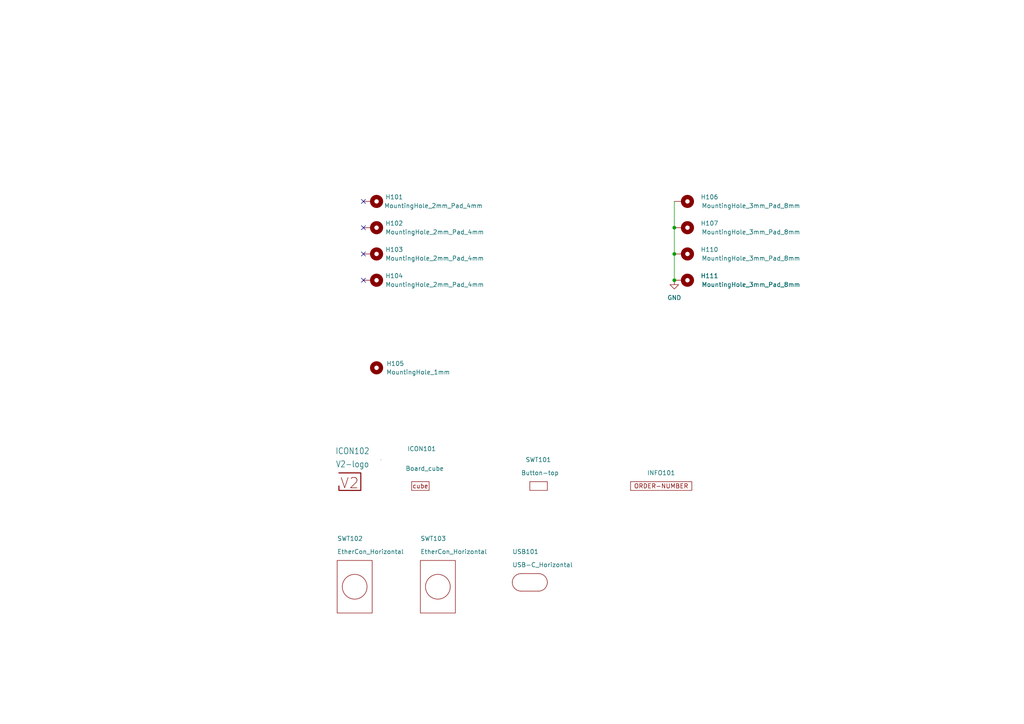
<source format=kicad_sch>
(kicad_sch (version 20231120) (generator "eeschema") (generator_version "8.0")
  (paper "A4")
  (title_block (title "V2 cube") (date "2023-07-17") (rev "1") (company "Versio Duo") (comment 1 "Cover"))
  (lib_symbols
    (symbol "V2_Artwork:Board_cube" (in_bom no)
      (property "Reference" "ICON" (at 0 2.54 0))
      (symbol "Board_cube_0_0"
        (rectangle (start -11.43 7.62) (end -11.43 7.62))
        (rectangle (start 2.54 -1.27) (end -2.54 1.27))
      )
      (symbol "Board_cube_1_0"
        (text "cube" (at 0 0 0) (effects (font (size 1.27 1.27))))
      )
    )
    (symbol "V2_Artwork:V2-logo" (in_bom no)
      (property "Reference" "ICON" (at -3.302 3.81 0))
      (symbol "V2-logo_1_0"
        (polyline (pts (xy -3.302 2.54) (xy 3.048 2.54) (xy 3.048 -2.54) (xy -3.302 -2.54) (xy -3.302 -1.27)) (stroke (width 0.3)))
        (text "V2" (at -0.2055 -0.4053 0) (effects (font (size 3 3))))
      )
    )
    (symbol "V2_Mechanical:MountingHole_1mm" (pin_names (offset 1.016)) (in_bom no)
      (property "Reference" "H" (at 0 5.08 0))
      (property "Value" "MountingHole_1mm" (at 0 3.175 0))
      (symbol "MountingHole_1mm_0_1"
        (circle (center 0 0) (radius 1.27) (stroke (width 1.27)))
      )
    )
    (symbol "V2_Mechanical:MountingHole_2mm_Pad_4mm" (pin_numbers hide) (pin_names (offset 1.016) hide) (in_bom no)
      (property "Reference" "H" (at 0 6.35 0))
      (property "Value" "MountingHole_2mm_Pad_4mm" (at 0 4.445 0))
      (symbol "MountingHole_2mm_Pad_4mm_0_1"
        (circle (center 0 1.27) (radius 1.27) (stroke (width 1.27)))
      )
      (symbol "MountingHole_2mm_Pad_4mm_1_1"
        (pin input line (at 0 -2.54 90) (length 2.54) (name "1") (number "1"))
      )
    )
    (symbol "V2_Mechanical:MountingHole_3mm_Pad_8mm" (pin_numbers hide) (pin_names (offset 1.016) hide) (in_bom no)
      (property "Reference" "H" (at 0 6.35 0))
      (property "Value" "MountingHole_3mm_Pad_8mm" (at 0 4.445 0))
      (symbol "MountingHole_3mm_Pad_8mm_0_1"
        (circle (center 0 1.27) (radius 1.27) (stroke (width 1.27)))
      )
      (symbol "MountingHole_3mm_Pad_8mm_1_1"
        (pin input line (at 0 -2.54 90) (length 2.54) (name "1") (number "1"))
      )
    )
    (symbol "V2_PCB_Devices:Button-top" (in_bom no)
      (property "Reference" "SWT1" (at 3.81 1.2701 0))
      (property "Value" "Button-top" (at 3.81 -1.2699 0))
      (symbol "Button-top_0_1"
        (rectangle (start -2.54 1.27) (end 2.54 -1.27))
      )
    )
    (symbol "V2_PCB_Devices:EtherCon_Horizontal" (in_bom no)
      (property "Reference" "CON" (at 0 -10.414 0))
      (property "Value" "EtherCon_Horizontal" (at -9.398 -13.4619 0))
      (symbol "EtherCon_Horizontal_0_1"
        (rectangle (start -5.08 7.62) (end 5.08 -7.62))
        (circle (center 0 0) (radius 3.5921))
      )
    )
    (symbol "V2_PCB_Devices:USB-C_Horizontal" (in_bom no)
      (property "Reference" "USB" (at 0 -5.08 0))
      (property "Value" "USB-C_Horizontal" (at 0 -7.62 0))
      (symbol "USB-C_Horizontal_0_1"
        (arc (start -5.08 0) (mid -4.3361 -1.7961) (end -2.54 -2.54))
        (arc (start -2.54 2.54) (mid -4.3361 1.7961) (end -5.08 0))
        (polyline (pts (xy -2.54 -2.54) (xy 2.54 -2.54)))
        (polyline (pts (xy -2.54 2.54) (xy 2.54 2.54)))
        (arc (start 2.54 -2.54) (mid 4.3361 -1.7961) (end 5.08 0))
        (arc (start 5.08 0) (mid 4.3361 1.7961) (end 2.54 2.54))
      )
    )
    (symbol "V2_Production:Order_Number" (in_bom no)
      (property "Reference" "INFO" (at 0 2.54 0))
      (symbol "Order_Number_0_0"
        (text "ORDER-NUMBER" (at 0 0 0) (effects (font (size 1.27 1.27))))
      )
      (symbol "Order_Number_0_1"
        (rectangle (start -8.89 1.27) (end 8.89 -1.27))
      )
    )
    (symbol "power:GND" (power) (pin_names (offset 0))
      (property "Value" "GND" (at 0 -3.81 0))
      (symbol "GND_0_1"
        (polyline (pts (xy 0 0) (xy 0 -1.27) (xy 1.27 -1.27) (xy 0 -2.54) (xy -1.27 -1.27) (xy 0 -1.27)))
      )
      (symbol "GND_1_1"
        (pin power_in line (at 0 0 270) (length 0) hide (name "GND") (number "1"))
      )
    )
  )
  (junction (at 195.58 66.04))
  (junction (at 195.58 73.66))
  (junction (at 195.58 81.28))
  (no_connect (at 105.41 66.04))
  (no_connect (at 105.41 73.66))
  (no_connect (at 105.41 58.42))
  (no_connect (at 105.41 81.28))
  (wire (pts (xy 195.58 58.42) (xy 195.58 66.04)))
  (wire (pts (xy 195.58 73.66) (xy 195.58 81.28)))
  (wire (pts (xy 195.58 66.04) (xy 195.58 73.66)))
  (symbol (lib_id "V2_PCB_Devices:EtherCon_Horizontal") (at 102.87 170.18 0) (unit 1) (exclude_from_sim yes) (in_bom no)
    (property "Reference" "SWT102" (at 97.79 156.21 0) (effects (justify left)))
    (property "Value" "EtherCon_Horizontal" (at 97.79 160.02 0) (effects (justify left)))
    (property "Footprint" "V2_PCB_Devices:PCB_EtherCon_Horizontal" (effects (hide yes)))
  )
  (symbol (lib_id "V2_Mechanical:MountingHole_2mm_Pad_4mm") (at 107.95 66.04 270) (unit 1) (exclude_from_sim yes) (in_bom no)
    (property "Reference" "H102" (at 111.76 64.7699 90) (effects (justify left)))
    (property "Value" "MountingHole_2mm_Pad_4mm" (at 111.76 67.3099 90) (effects (justify left)))
    (property "Footprint" "V2_Mechanical:MountingHole_2mm_Pad_4mm" (effects (hide yes)))
  )
  (symbol (lib_id "V2_PCB_Devices:USB-C_Horizontal") (at 153.67 168.91 0) (unit 1) (exclude_from_sim yes) (in_bom no)
    (property "Reference" "USB101" (at 148.59 160.02 0) (effects (justify left)))
    (property "Value" "USB-C_Horizontal" (at 148.59 163.83 0) (effects (justify left)))
    (property "Footprint" "V2_PCB_Devices:PCB_USB-C_Horizontal" (effects (hide yes)))
  )
  (symbol (lib_id "V2_Production:Order_Number") (at 191.77 140.97 0) (unit 1) (exclude_from_sim yes) (in_bom no)
    (property "Reference" "INFO101" (at 191.77 137.16 0))
    (property "Value" "ORDER-NUMBER" (effects (hide yes)))
    (property "Footprint" "V2_Production:Order_Number" (effects (hide yes)))
  )
  (symbol (lib_id "V2_PCB_Devices:Button-top") (at 156.21 140.97 0) (unit 1) (exclude_from_sim yes) (in_bom no)
    (property "Reference" "SWT101" (at 152.4 133.3499 0) (effects (justify left)))
    (property "Value" "Button-top" (at 151.13 137.1599 0) (effects (justify left)))
    (property "Footprint" "V2_PCB_Devices:PCB_Button-top" (effects (hide yes)))
  )
  (symbol (lib_id "V2_Mechanical:MountingHole_2mm_Pad_4mm") (at 107.95 81.28 270) (unit 1) (exclude_from_sim yes) (in_bom no)
    (property "Reference" "H104" (at 111.76 80.0099 90) (effects (justify left)))
    (property "Value" "MountingHole_2mm_Pad_4mm" (at 111.76 82.5499 90) (effects (justify left)))
    (property "Footprint" "V2_Mechanical:MountingHole_2mm_Pad_4mm" (effects (hide yes)))
  )
  (symbol (lib_id "V2_Mechanical:MountingHole_3mm_Pad_8mm") (at 198.12 58.42 270) (unit 1) (exclude_from_sim yes) (in_bom no)
    (property "Reference" "H106" (at 203.2 57.15 90) (effects (justify left)))
    (property "Value" "MountingHole_3mm_Pad_8mm" (at 217.805 59.69 90))
    (property "Footprint" "V2_Mechanical:MountingHole_3mm_Pad_8mm" (effects (hide yes)))
  )
  (symbol (lib_id "V2_Mechanical:MountingHole_2mm_Pad_4mm") (at 107.95 58.42 270) (unit 1) (exclude_from_sim yes) (in_bom no)
    (property "Reference" "H101" (at 111.76 57.1499 90) (effects (justify left)))
    (property "Value" "MountingHole_2mm_Pad_4mm" (at 125.73 59.6899 90))
    (property "Footprint" "V2_Mechanical:MountingHole_2mm_Pad_4mm" (effects (hide yes)))
  )
  (symbol (lib_id "V2_Mechanical:MountingHole_3mm_Pad_8mm") (at 198.12 73.66 270) (unit 1) (exclude_from_sim yes) (in_bom no)
    (property "Reference" "H110" (at 203.2 72.39 90) (effects (justify left)))
    (property "Value" "MountingHole_3mm_Pad_8mm" (at 217.805 74.93 90))
    (property "Footprint" "V2_Mechanical:MountingHole_3mm_Pad_8mm" (effects (hide yes)))
  )
  (symbol (lib_id "power:GND") (at 195.58 81.28 0) (unit 1)
    (property "Reference" "#PWR0101" (effects (hide yes)))
    (property "Value" "GND" (at 195.58 86.36 0))
  )
  (symbol (lib_id "V2_Mechanical:MountingHole_3mm_Pad_8mm") (at 198.12 66.04 270) (unit 1) (exclude_from_sim yes) (in_bom no)
    (property "Reference" "H107" (at 203.2 64.77 90) (effects (justify left)))
    (property "Value" "MountingHole_3mm_Pad_8mm" (at 217.805 67.31 90))
    (property "Footprint" "V2_Mechanical:MountingHole_3mm_Pad_8mm" (effects (hide yes)))
  )
  (symbol (lib_id "V2_Mechanical:MountingHole_3mm_Pad_8mm") (at 198.12 81.28 270) (unit 1) (exclude_from_sim yes) (in_bom no)
    (property "Reference" "H111" (at 203.2 80.01 90) (effects (justify left)))
    (property "Value" "MountingHole_3mm_Pad_8mm" (at 217.805 82.55 90))
    (property "Footprint" "V2_Mechanical:MountingHole_3mm_Pad_8mm" (effects (hide yes)))
  )
  (symbol (lib_id "V2_PCB_Devices:EtherCon_Horizontal") (at 127 170.18 0) (unit 1) (exclude_from_sim yes) (in_bom no)
    (property "Reference" "SWT103" (at 121.92 156.21 0) (effects (justify left)))
    (property "Value" "EtherCon_Horizontal" (at 121.92 160.02 0) (effects (justify left)))
    (property "Footprint" "V2_PCB_Devices:PCB_EtherCon_Horizontal" (effects (hide yes)))
  )
  (symbol (lib_id "V2_Artwork:Board_cube") (at 121.92 140.97 0) (unit 1) (exclude_from_sim yes) (in_bom no)
    (property "Reference" "ICON101" (at 118.11 130.175 0) (effects (justify left)))
    (property "Value" "Board_cube" (at 123.19 135.89 0))
    (property "Footprint" "V2_Artwork:Board_cube_Small" (effects (hide yes)))
  )
  (symbol (lib_id "V2_Mechanical:MountingHole_1mm") (at 109.22 106.68 0) (unit 1) (exclude_from_sim yes) (in_bom no)
    (property "Reference" "H105" (at 112.0577 105.4569 0) (effects (justify left)))
    (property "Value" "MountingHole_1mm" (at 121.285 107.95 0))
    (property "Footprint" "V2_Mechanical:MountingHole_1mm" (effects (hide yes)))
  )
  (symbol (lib_id "V2_Artwork:V2-logo") (at 101.6 139.7 0) (unit 1) (exclude_from_sim yes) (in_bom no)
    (property "Reference" "ICON102" (at 102.235 130.81 0) (effects (font (size 1.778 1.5113))))
    (property "Value" "V2-logo" (at 102.235 134.62 0) (effects (font (size 1.778 1.5113))))
    (property "Footprint" "V2_Artwork:Logo_Small" (effects (hide yes)))
  )
  (symbol (lib_id "V2_Mechanical:MountingHole_2mm_Pad_4mm") (at 107.95 73.66 270) (unit 1) (exclude_from_sim yes) (in_bom no)
    (property "Reference" "H103" (at 111.76 72.3899 90) (effects (justify left)))
    (property "Value" "MountingHole_2mm_Pad_4mm" (at 111.76 74.9299 90) (effects (justify left)))
    (property "Footprint" "V2_Mechanical:MountingHole_2mm_Pad_4mm" (effects (hide yes)))
  )
)
</source>
